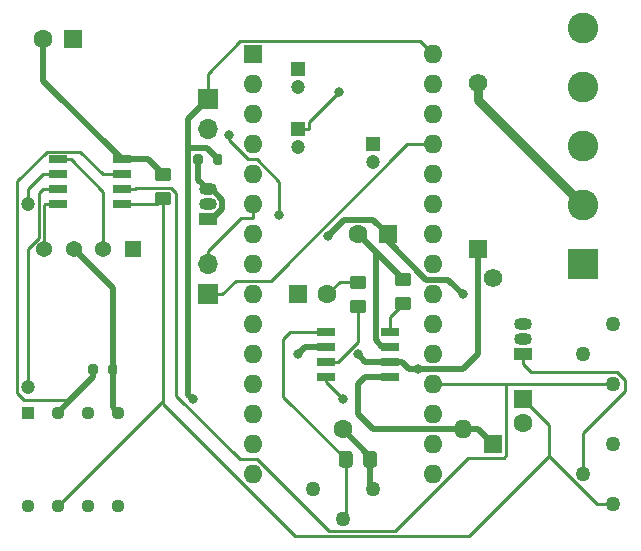
<source format=gbr>
%TF.GenerationSoftware,KiCad,Pcbnew,(5.1.9)-1*%
%TF.CreationDate,2021-05-25T19:19:13-07:00*%
%TF.ProjectId,VacuumSensor,56616375-756d-4536-956e-736f722e6b69,rev?*%
%TF.SameCoordinates,Original*%
%TF.FileFunction,Copper,L2,Bot*%
%TF.FilePolarity,Positive*%
%FSLAX46Y46*%
G04 Gerber Fmt 4.6, Leading zero omitted, Abs format (unit mm)*
G04 Created by KiCad (PCBNEW (5.1.9)-1) date 2021-05-25 19:19:13*
%MOMM*%
%LPD*%
G01*
G04 APERTURE LIST*
%TA.AperFunction,ComponentPad*%
%ADD10C,1.200000*%
%TD*%
%TA.AperFunction,ComponentPad*%
%ADD11R,1.200000X1.200000*%
%TD*%
%TA.AperFunction,ComponentPad*%
%ADD12C,2.600000*%
%TD*%
%TA.AperFunction,ComponentPad*%
%ADD13R,2.600000X2.600000*%
%TD*%
%TA.AperFunction,ComponentPad*%
%ADD14R,1.700000X1.700000*%
%TD*%
%TA.AperFunction,ComponentPad*%
%ADD15O,1.700000X1.700000*%
%TD*%
%TA.AperFunction,ComponentPad*%
%ADD16R,1.600000X1.600000*%
%TD*%
%TA.AperFunction,ComponentPad*%
%ADD17C,1.600000*%
%TD*%
%TA.AperFunction,ComponentPad*%
%ADD18O,1.600000X1.600000*%
%TD*%
%TA.AperFunction,ComponentPad*%
%ADD19C,1.260000*%
%TD*%
%TA.AperFunction,ComponentPad*%
%ADD20C,1.575000*%
%TD*%
%TA.AperFunction,ComponentPad*%
%ADD21R,1.575000X1.575000*%
%TD*%
%TA.AperFunction,SMDPad,CuDef*%
%ADD22R,1.528000X0.650000*%
%TD*%
%TA.AperFunction,ComponentPad*%
%ADD23R,1.130000X1.130000*%
%TD*%
%TA.AperFunction,ComponentPad*%
%ADD24C,1.130000*%
%TD*%
%TA.AperFunction,ComponentPad*%
%ADD25C,1.365000*%
%TD*%
%TA.AperFunction,ComponentPad*%
%ADD26R,1.365000X1.365000*%
%TD*%
%TA.AperFunction,ComponentPad*%
%ADD27R,1.500000X1.050000*%
%TD*%
%TA.AperFunction,ComponentPad*%
%ADD28O,1.500000X1.050000*%
%TD*%
%TA.AperFunction,ViaPad*%
%ADD29C,0.800000*%
%TD*%
%TA.AperFunction,Conductor*%
%ADD30C,0.508000*%
%TD*%
%TA.AperFunction,Conductor*%
%ADD31C,0.250000*%
%TD*%
%TA.AperFunction,Conductor*%
%ADD32C,0.762000*%
%TD*%
G04 APERTURE END LIST*
D10*
%TO.P,RG1,2*%
%TO.N,Net-(IC3-Pad2)*%
X78740000Y-113290000D03*
%TO.P,RG1,1*%
%TO.N,Net-(IC3-Pad3)*%
X78740000Y-97790000D03*
%TD*%
D11*
%TO.P,C10,1*%
%TO.N,Net-(C10-Pad1)*%
X101600000Y-91440000D03*
D10*
%TO.P,C10,2*%
%TO.N,Net-(C10-Pad2)*%
X101600000Y-92940000D03*
%TD*%
D11*
%TO.P,C9,1*%
%TO.N,Net-(C9-Pad1)*%
X101600000Y-86360000D03*
D10*
%TO.P,C9,2*%
%TO.N,Net-(C9-Pad2)*%
X101600000Y-87860000D03*
%TD*%
D11*
%TO.P,C8,1*%
%TO.N,Net-(C8-Pad1)*%
X107950000Y-92710000D03*
D10*
%TO.P,C8,2*%
%TO.N,Net-(C8-Pad2)*%
X107950000Y-94210000D03*
%TD*%
D12*
%TO.P,J3,5*%
%TO.N,Net-(IC5-Pad9)*%
X125730000Y-82870000D03*
%TO.P,J3,4*%
%TO.N,Net-(IC5-Pad13)*%
X125730000Y-87870000D03*
%TO.P,J3,3*%
%TO.N,Net-(J3-Pad3)*%
X125730000Y-92870000D03*
%TO.P,J3,2*%
%TO.N,Net-(D1-Pad2)*%
X125730000Y-97870000D03*
D13*
%TO.P,J3,1*%
%TO.N,GND*%
X125730000Y-102870000D03*
%TD*%
D14*
%TO.P,J1,1*%
%TO.N,Net-(A1-Pad27)*%
X93980000Y-105410000D03*
D15*
%TO.P,J1,2*%
%TO.N,Net-(A1-Pad6)*%
X93980000Y-102870000D03*
%TD*%
D16*
%TO.P,C11,1*%
%TO.N,Net-(A1-Pad27)*%
X82550000Y-83820000D03*
D17*
%TO.P,C11,2*%
%TO.N,GND*%
X80050000Y-83820000D03*
%TD*%
%TO.P,C5,2*%
%TO.N,GND*%
%TA.AperFunction,SMDPad,CuDef*%
G36*
G01*
X110940001Y-104715000D02*
X110039999Y-104715000D01*
G75*
G02*
X109790000Y-104465001I0J249999D01*
G01*
X109790000Y-103814999D01*
G75*
G02*
X110039999Y-103565000I249999J0D01*
G01*
X110940001Y-103565000D01*
G75*
G02*
X111190000Y-103814999I0J-249999D01*
G01*
X111190000Y-104465001D01*
G75*
G02*
X110940001Y-104715000I-249999J0D01*
G01*
G37*
%TD.AperFunction*%
%TO.P,C5,1*%
%TO.N,Net-(C5-Pad1)*%
%TA.AperFunction,SMDPad,CuDef*%
G36*
G01*
X110940001Y-106765000D02*
X110039999Y-106765000D01*
G75*
G02*
X109790000Y-106515001I0J249999D01*
G01*
X109790000Y-105864999D01*
G75*
G02*
X110039999Y-105615000I249999J0D01*
G01*
X110940001Y-105615000D01*
G75*
G02*
X111190000Y-105864999I0J-249999D01*
G01*
X111190000Y-106515001D01*
G75*
G02*
X110940001Y-106765000I-249999J0D01*
G01*
G37*
%TD.AperFunction*%
%TD*%
%TO.P,C2,1*%
%TO.N,+10V*%
%TA.AperFunction,SMDPad,CuDef*%
G36*
G01*
X108280000Y-118929999D02*
X108280000Y-119830001D01*
G75*
G02*
X108030001Y-120080000I-249999J0D01*
G01*
X107379999Y-120080000D01*
G75*
G02*
X107130000Y-119830001I0J249999D01*
G01*
X107130000Y-118929999D01*
G75*
G02*
X107379999Y-118680000I249999J0D01*
G01*
X108030001Y-118680000D01*
G75*
G02*
X108280000Y-118929999I0J-249999D01*
G01*
G37*
%TD.AperFunction*%
%TO.P,C2,2*%
%TO.N,Net-(10VSourceAdj1-Pad2)*%
%TA.AperFunction,SMDPad,CuDef*%
G36*
G01*
X106230000Y-118929999D02*
X106230000Y-119830001D01*
G75*
G02*
X105980001Y-120080000I-249999J0D01*
G01*
X105329999Y-120080000D01*
G75*
G02*
X105080000Y-119830001I0J249999D01*
G01*
X105080000Y-118929999D01*
G75*
G02*
X105329999Y-118680000I249999J0D01*
G01*
X105980001Y-118680000D01*
G75*
G02*
X106230000Y-118929999I0J-249999D01*
G01*
G37*
%TD.AperFunction*%
%TD*%
%TO.P,C1,2*%
%TO.N,GND*%
%TA.AperFunction,SMDPad,CuDef*%
G36*
G01*
X107130001Y-104960000D02*
X106229999Y-104960000D01*
G75*
G02*
X105980000Y-104710001I0J249999D01*
G01*
X105980000Y-104059999D01*
G75*
G02*
X106229999Y-103810000I249999J0D01*
G01*
X107130001Y-103810000D01*
G75*
G02*
X107380000Y-104059999I0J-249999D01*
G01*
X107380000Y-104710001D01*
G75*
G02*
X107130001Y-104960000I-249999J0D01*
G01*
G37*
%TD.AperFunction*%
%TO.P,C1,1*%
%TO.N,Net-(C1-Pad1)*%
%TA.AperFunction,SMDPad,CuDef*%
G36*
G01*
X107130001Y-107010000D02*
X106229999Y-107010000D01*
G75*
G02*
X105980000Y-106760001I0J249999D01*
G01*
X105980000Y-106109999D01*
G75*
G02*
X106229999Y-105860000I249999J0D01*
G01*
X107130001Y-105860000D01*
G75*
G02*
X107380000Y-106109999I0J-249999D01*
G01*
X107380000Y-106760001D01*
G75*
G02*
X107130001Y-107010000I-249999J0D01*
G01*
G37*
%TD.AperFunction*%
%TD*%
D16*
%TO.P,A1,1*%
%TO.N,Net-(A1-Pad1)*%
X97790000Y-85090000D03*
D18*
%TO.P,A1,17*%
%TO.N,N/C*%
X113030000Y-118110000D03*
%TO.P,A1,2*%
%TO.N,Net-(A1-Pad2)*%
X97790000Y-87630000D03*
%TO.P,A1,18*%
%TO.N,N/C*%
X113030000Y-115570000D03*
%TO.P,A1,3*%
X97790000Y-90170000D03*
%TO.P,A1,19*%
%TO.N,Net-(A1-Pad19)*%
X113030000Y-113030000D03*
%TO.P,A1,4*%
%TO.N,GND*%
X97790000Y-92710000D03*
%TO.P,A1,20*%
%TO.N,Net-(A1-Pad20)*%
X113030000Y-110490000D03*
%TO.P,A1,5*%
%TO.N,N/C*%
X97790000Y-95250000D03*
%TO.P,A1,21*%
%TO.N,Net-(A1-Pad21)*%
X113030000Y-107950000D03*
%TO.P,A1,6*%
%TO.N,Net-(A1-Pad6)*%
X97790000Y-97790000D03*
%TO.P,A1,22*%
%TO.N,N/C*%
X113030000Y-105410000D03*
%TO.P,A1,7*%
X97790000Y-100330000D03*
%TO.P,A1,23*%
X113030000Y-102870000D03*
%TO.P,A1,8*%
X97790000Y-102870000D03*
%TO.P,A1,24*%
X113030000Y-100330000D03*
%TO.P,A1,9*%
X97790000Y-105410000D03*
%TO.P,A1,25*%
X113030000Y-97790000D03*
%TO.P,A1,10*%
X97790000Y-107950000D03*
%TO.P,A1,26*%
X113030000Y-95250000D03*
%TO.P,A1,11*%
X97790000Y-110490000D03*
%TO.P,A1,27*%
%TO.N,Net-(A1-Pad27)*%
X113030000Y-92710000D03*
%TO.P,A1,12*%
%TO.N,N/C*%
X97790000Y-113030000D03*
%TO.P,A1,28*%
X113030000Y-90170000D03*
%TO.P,A1,13*%
X97790000Y-115570000D03*
%TO.P,A1,29*%
%TO.N,GND*%
X113030000Y-87630000D03*
%TO.P,A1,14*%
%TO.N,N/C*%
X97790000Y-118110000D03*
%TO.P,A1,30*%
%TO.N,+10V*%
X113030000Y-85090000D03*
%TO.P,A1,15*%
%TO.N,N/C*%
X97790000Y-120650000D03*
%TO.P,A1,16*%
X113030000Y-120650000D03*
%TD*%
D19*
%TO.P,10VSourceAdj1,1*%
%TO.N,+10V*%
X107950000Y-121920000D03*
%TO.P,10VSourceAdj1,2*%
%TO.N,Net-(10VSourceAdj1-Pad2)*%
X105410000Y-124460000D03*
%TO.P,10VSourceAdj1,3*%
%TO.N,GND*%
X102870000Y-121920000D03*
%TD*%
D16*
%TO.P,C6,1*%
%TO.N,+VDC*%
X101600000Y-105410000D03*
D17*
%TO.P,C6,2*%
%TO.N,GND*%
X104100000Y-105410000D03*
%TD*%
D16*
%TO.P,C4,1*%
%TO.N,+10V*%
X109220000Y-100330000D03*
D17*
%TO.P,C4,2*%
%TO.N,GND*%
X106720000Y-100330000D03*
%TD*%
D15*
%TO.P,J2,2*%
%TO.N,Net-(IC2-Pad1)*%
X93980000Y-91440000D03*
D14*
%TO.P,J2,1*%
%TO.N,+10V*%
X93980000Y-88900000D03*
%TD*%
D20*
%TO.P,D1,2*%
%TO.N,Net-(D1-Pad2)*%
X116840000Y-87500000D03*
D21*
%TO.P,D1,1*%
%TO.N,+VDC*%
X116840000Y-101600000D03*
%TD*%
D16*
%TO.P,C3,1*%
%TO.N,+5V*%
X120650000Y-114300000D03*
D17*
%TO.P,C3,2*%
%TO.N,GND*%
X120650000Y-116300000D03*
%TD*%
%TO.P,L1,1*%
%TO.N,+10V*%
X105410000Y-116840000D03*
D18*
%TO.P,L1,2*%
%TO.N,Net-(D2-Pad1)*%
X115570000Y-116840000D03*
%TD*%
D22*
%TO.P,IC1,1*%
%TO.N,Net-(IC1-Pad1)*%
X103969000Y-112395000D03*
%TO.P,IC1,2*%
%TO.N,Net-(C1-Pad1)*%
X103969000Y-111125000D03*
%TO.P,IC1,3*%
%TO.N,+10V*%
X103969000Y-109855000D03*
%TO.P,IC1,4*%
%TO.N,Net-(10VSourceAdj1-Pad2)*%
X103969000Y-108585000D03*
%TO.P,IC1,5*%
%TO.N,Net-(C5-Pad1)*%
X109391000Y-108585000D03*
%TO.P,IC1,6*%
%TO.N,GND*%
X109391000Y-109855000D03*
%TO.P,IC1,7*%
%TO.N,+VDC*%
X109391000Y-111125000D03*
%TO.P,IC1,8*%
%TO.N,Net-(D2-Pad1)*%
X109391000Y-112395000D03*
%TD*%
D21*
%TO.P,D2,1*%
%TO.N,Net-(D2-Pad1)*%
X118110000Y-118110000D03*
D20*
%TO.P,D2,2*%
%TO.N,GND*%
X118110000Y-104010000D03*
%TD*%
D23*
%TO.P,IC4,1*%
%TO.N,N/C*%
X78740000Y-115410000D03*
D24*
%TO.P,IC4,2*%
%TO.N,Net-(A1-Pad20)*%
X81280000Y-115410000D03*
%TO.P,IC4,3*%
%TO.N,Net-(IC4-Pad3)*%
X83820000Y-115410000D03*
%TO.P,IC4,4*%
%TO.N,GND*%
X86360000Y-115410000D03*
%TO.P,IC4,5*%
%TO.N,N/C*%
X86360000Y-123350000D03*
%TO.P,IC4,6*%
%TO.N,Net-(A1-Pad20)*%
X83820000Y-123350000D03*
%TO.P,IC4,7*%
%TO.N,+5V*%
X81280000Y-123350000D03*
%TO.P,IC4,8*%
%TO.N,N/C*%
X78740000Y-123350000D03*
%TD*%
D22*
%TO.P,IC3,8*%
%TO.N,+5V*%
X86702000Y-97790000D03*
%TO.P,IC3,7*%
%TO.N,Net-(A1-Pad19)*%
X86702000Y-96520000D03*
%TO.P,IC3,6*%
%TO.N,Net-(A1-Pad20)*%
X86702000Y-95250000D03*
%TO.P,IC3,5*%
%TO.N,GND*%
X86702000Y-93980000D03*
%TO.P,IC3,4*%
%TO.N,Net-(IC2-Pad2)*%
X81280000Y-93980000D03*
%TO.P,IC3,3*%
%TO.N,Net-(IC3-Pad3)*%
X81280000Y-95250000D03*
%TO.P,IC3,2*%
%TO.N,Net-(IC3-Pad2)*%
X81280000Y-96520000D03*
%TO.P,IC3,1*%
%TO.N,Net-(IC2-Pad4)*%
X81280000Y-97790000D03*
%TD*%
D25*
%TO.P,IC2,4*%
%TO.N,Net-(IC2-Pad4)*%
X80130000Y-101600000D03*
%TO.P,IC2,3*%
%TO.N,GND*%
X82630000Y-101600000D03*
%TO.P,IC2,2*%
%TO.N,Net-(IC2-Pad2)*%
X85130000Y-101600000D03*
D26*
%TO.P,IC2,1*%
%TO.N,Net-(IC2-Pad1)*%
X87630000Y-101600000D03*
%TD*%
D19*
%TO.P,OutAdj1,1*%
%TO.N,Net-(A1-Pad19)*%
X128270000Y-113030000D03*
%TO.P,OutAdj1,2*%
%TO.N,Net-(J3-Pad3)*%
X125730000Y-110490000D03*
%TO.P,OutAdj1,3*%
%TO.N,GND*%
X128270000Y-107950000D03*
%TD*%
%TO.P,C7,2*%
%TO.N,GND*%
%TA.AperFunction,SMDPad,CuDef*%
G36*
G01*
X90620001Y-95825000D02*
X89719999Y-95825000D01*
G75*
G02*
X89470000Y-95575001I0J249999D01*
G01*
X89470000Y-94924999D01*
G75*
G02*
X89719999Y-94675000I249999J0D01*
G01*
X90620001Y-94675000D01*
G75*
G02*
X90870000Y-94924999I0J-249999D01*
G01*
X90870000Y-95575001D01*
G75*
G02*
X90620001Y-95825000I-249999J0D01*
G01*
G37*
%TD.AperFunction*%
%TO.P,C7,1*%
%TO.N,+5V*%
%TA.AperFunction,SMDPad,CuDef*%
G36*
G01*
X90620001Y-97875000D02*
X89719999Y-97875000D01*
G75*
G02*
X89470000Y-97625001I0J249999D01*
G01*
X89470000Y-96974999D01*
G75*
G02*
X89719999Y-96725000I249999J0D01*
G01*
X90620001Y-96725000D01*
G75*
G02*
X90870000Y-96974999I0J-249999D01*
G01*
X90870000Y-97625001D01*
G75*
G02*
X90620001Y-97875000I-249999J0D01*
G01*
G37*
%TD.AperFunction*%
%TD*%
D27*
%TO.P,U2,1*%
%TO.N,Net-(IC4-Pad3)*%
X93980000Y-99060000D03*
D28*
%TO.P,U2,3*%
X93980000Y-96520000D03*
%TO.P,U2,2*%
%TO.N,GND*%
X93980000Y-97790000D03*
%TD*%
%TO.P,U1,2*%
%TO.N,GND*%
X120650000Y-109220000D03*
%TO.P,U1,3*%
%TO.N,+5V*%
X120650000Y-107950000D03*
D27*
%TO.P,U1,1*%
%TO.N,Net-(5VADJ1-Pad2)*%
X120650000Y-110490000D03*
%TD*%
D19*
%TO.P,5VADJ1,3*%
%TO.N,GND*%
X128270000Y-118110000D03*
%TO.P,5VADJ1,2*%
%TO.N,Net-(5VADJ1-Pad2)*%
X125730000Y-120650000D03*
%TO.P,5VADJ1,1*%
%TO.N,+5V*%
X128270000Y-123190000D03*
%TD*%
%TO.P,R5,2*%
%TO.N,GND*%
%TA.AperFunction,SMDPad,CuDef*%
G36*
G01*
X85515000Y-112035000D02*
X85515000Y-111485000D01*
G75*
G02*
X85715000Y-111285000I200000J0D01*
G01*
X86115000Y-111285000D01*
G75*
G02*
X86315000Y-111485000I0J-200000D01*
G01*
X86315000Y-112035000D01*
G75*
G02*
X86115000Y-112235000I-200000J0D01*
G01*
X85715000Y-112235000D01*
G75*
G02*
X85515000Y-112035000I0J200000D01*
G01*
G37*
%TD.AperFunction*%
%TO.P,R5,1*%
%TO.N,Net-(A1-Pad20)*%
%TA.AperFunction,SMDPad,CuDef*%
G36*
G01*
X83865000Y-112035000D02*
X83865000Y-111485000D01*
G75*
G02*
X84065000Y-111285000I200000J0D01*
G01*
X84465000Y-111285000D01*
G75*
G02*
X84665000Y-111485000I0J-200000D01*
G01*
X84665000Y-112035000D01*
G75*
G02*
X84465000Y-112235000I-200000J0D01*
G01*
X84065000Y-112235000D01*
G75*
G02*
X83865000Y-112035000I0J200000D01*
G01*
G37*
%TD.AperFunction*%
%TD*%
%TO.P,R3,2*%
%TO.N,Net-(IC4-Pad3)*%
%TA.AperFunction,SMDPad,CuDef*%
G36*
G01*
X93555000Y-93705000D02*
X93555000Y-94255000D01*
G75*
G02*
X93355000Y-94455000I-200000J0D01*
G01*
X92955000Y-94455000D01*
G75*
G02*
X92755000Y-94255000I0J200000D01*
G01*
X92755000Y-93705000D01*
G75*
G02*
X92955000Y-93505000I200000J0D01*
G01*
X93355000Y-93505000D01*
G75*
G02*
X93555000Y-93705000I0J-200000D01*
G01*
G37*
%TD.AperFunction*%
%TO.P,R3,1*%
%TO.N,+10V*%
%TA.AperFunction,SMDPad,CuDef*%
G36*
G01*
X95205000Y-93705000D02*
X95205000Y-94255000D01*
G75*
G02*
X95005000Y-94455000I-200000J0D01*
G01*
X94605000Y-94455000D01*
G75*
G02*
X94405000Y-94255000I0J200000D01*
G01*
X94405000Y-93705000D01*
G75*
G02*
X94605000Y-93505000I200000J0D01*
G01*
X95005000Y-93505000D01*
G75*
G02*
X95205000Y-93705000I0J-200000D01*
G01*
G37*
%TD.AperFunction*%
%TD*%
D29*
%TO.N,+10V*%
X101600000Y-110490000D03*
X92710000Y-114300000D03*
X104140000Y-100453000D03*
X115570000Y-105410000D03*
%TO.N,+VDC*%
X106680000Y-110490000D03*
X111760000Y-111760000D03*
%TO.N,Net-(IC1-Pad1)*%
X105410000Y-114300000D03*
%TO.N,Net-(C10-Pad1)*%
X105087000Y-88236800D03*
%TO.N,Net-(A1-Pad21)*%
X100031300Y-98669500D03*
X95779100Y-91935800D03*
%TD*%
D30*
%TO.N,GND*%
X108173000Y-101823000D02*
X110490000Y-104140000D01*
X108173000Y-101783000D02*
X108173000Y-101823000D01*
X80050000Y-83820000D02*
X80050000Y-87328000D01*
X80050000Y-87328000D02*
X86702000Y-93980000D01*
D31*
X106680000Y-104385000D02*
X105125000Y-104385000D01*
X105125000Y-104385000D02*
X104100000Y-105410000D01*
X110490000Y-104140000D02*
X110490000Y-104100000D01*
X110490000Y-104100000D02*
X108173000Y-101783000D01*
D30*
X85915000Y-111760000D02*
X85915000Y-104885000D01*
X85915000Y-104885000D02*
X82630000Y-101600000D01*
X85915000Y-111760000D02*
X85915000Y-114965000D01*
X85915000Y-114965000D02*
X86360000Y-115410000D01*
X108173000Y-101823000D02*
X108173000Y-109273000D01*
X108173000Y-109273000D02*
X108755000Y-109855000D01*
X108755000Y-109855000D02*
X109391000Y-109855000D01*
X106720000Y-100330000D02*
X108173000Y-101783000D01*
X86702000Y-93980000D02*
X88900000Y-93980000D01*
X88900000Y-93980000D02*
X90170000Y-95250000D01*
X108173000Y-101783000D02*
X108173000Y-101823000D01*
D31*
X108173000Y-101783000D02*
X106720000Y-100330000D01*
%TO.N,Net-(C1-Pad1)*%
X106680000Y-106435000D02*
X106680000Y-109428000D01*
X106680000Y-109428000D02*
X104983000Y-111125000D01*
X104983000Y-111125000D02*
X103969000Y-111125000D01*
D30*
%TO.N,+10V*%
X92301000Y-93119000D02*
X92301000Y-90579000D01*
X92301000Y-90579000D02*
X93980000Y-88900000D01*
X92710000Y-114300000D02*
X92301000Y-113891000D01*
X92301000Y-113891000D02*
X92301000Y-93119000D01*
X107705000Y-119380000D02*
X107705000Y-121675000D01*
X107705000Y-121675000D02*
X107950000Y-121920000D01*
X107705000Y-119380000D02*
X107705000Y-119135000D01*
X107705000Y-119135000D02*
X105410000Y-116840000D01*
X103969000Y-109855000D02*
X102235000Y-109855000D01*
X102235000Y-109855000D02*
X101600000Y-110490000D01*
X94805000Y-93980000D02*
X93876000Y-93051000D01*
X93876000Y-93051000D02*
X92369000Y-93051000D01*
X92369000Y-93051000D02*
X92301000Y-93119000D01*
D31*
X113030000Y-85090000D02*
X111905000Y-83965000D01*
X111905000Y-83965000D02*
X96730000Y-83965000D01*
X96730000Y-83965000D02*
X93980000Y-86715000D01*
X93980000Y-86715000D02*
X93980000Y-88900000D01*
D30*
X109220000Y-100330000D02*
X107966000Y-99076000D01*
X107966000Y-99076000D02*
X105517000Y-99076000D01*
X105517000Y-99076000D02*
X104140000Y-100453000D01*
X109220000Y-100330000D02*
X109220000Y-100916000D01*
X109220000Y-100916000D02*
X112460000Y-104156000D01*
X112460000Y-104156000D02*
X114316000Y-104156000D01*
X114316000Y-104156000D02*
X115570000Y-105410000D01*
%TO.N,+VDC*%
X109391000Y-111125000D02*
X110405000Y-111125000D01*
X110405000Y-111125000D02*
X111040000Y-111760000D01*
X111040000Y-111760000D02*
X111760000Y-111760000D01*
X106680000Y-110490000D02*
X107315000Y-111125000D01*
X107315000Y-111125000D02*
X109391000Y-111125000D01*
X111760000Y-111760000D02*
X115570000Y-111760000D01*
X115570000Y-111760000D02*
X116840000Y-110490000D01*
X116840000Y-110490000D02*
X116840000Y-101600000D01*
D31*
%TO.N,Net-(10VSourceAdj1-Pad2)*%
X105655000Y-119380000D02*
X105655000Y-124215000D01*
X105655000Y-124215000D02*
X105410000Y-124460000D01*
X103969000Y-108585000D02*
X100965000Y-108585000D01*
X100965000Y-108585000D02*
X100330000Y-109220000D01*
X100330000Y-109220000D02*
X100330000Y-114055000D01*
X100330000Y-114055000D02*
X105655000Y-119380000D01*
%TO.N,Net-(IC1-Pad1)*%
X103969000Y-112395000D02*
X103969000Y-112859000D01*
X103969000Y-112859000D02*
X105410000Y-114300000D01*
D32*
%TO.N,Net-(D1-Pad2)*%
X125730000Y-97870000D02*
X116840000Y-88980000D01*
X116840000Y-88980000D02*
X116840000Y-87500000D01*
D30*
%TO.N,Net-(D2-Pad1)*%
X109391000Y-112395000D02*
X107315000Y-112395000D01*
X107315000Y-112395000D02*
X106680000Y-113030000D01*
X106680000Y-113030000D02*
X106680000Y-115570000D01*
X106680000Y-115570000D02*
X107950000Y-116840000D01*
X107950000Y-116840000D02*
X115570000Y-116840000D01*
X115570000Y-116840000D02*
X116840000Y-116840000D01*
X116840000Y-116840000D02*
X118110000Y-118110000D01*
D31*
%TO.N,Net-(IC2-Pad4)*%
X80130000Y-101600000D02*
X80130000Y-97850700D01*
X80130000Y-97850700D02*
X80190700Y-97790000D01*
X80190700Y-97790000D02*
X81280000Y-97790000D01*
%TO.N,Net-(IC2-Pad2)*%
X85130000Y-101600000D02*
X85130000Y-96740700D01*
X85130000Y-96740700D02*
X82369300Y-93980000D01*
X82369300Y-93980000D02*
X81280000Y-93980000D01*
%TO.N,+5V*%
X86702000Y-97790000D02*
X89680000Y-97790000D01*
X89680000Y-97790000D02*
X90170000Y-97300000D01*
X81280000Y-123350000D02*
X90170000Y-114460000D01*
X90170000Y-114460000D02*
X90170000Y-97300000D01*
X128270000Y-123190000D02*
X126899000Y-123190000D01*
X126899000Y-123190000D02*
X122842000Y-119133000D01*
X122842000Y-119133000D02*
X122842000Y-116492000D01*
X122842000Y-116492000D02*
X120650000Y-114300000D01*
X90170000Y-114460000D02*
X90170000Y-114706000D01*
X90170000Y-114706000D02*
X101363000Y-125898000D01*
X101363000Y-125898000D02*
X116076000Y-125898000D01*
X116076000Y-125898000D02*
X122842000Y-119133000D01*
%TO.N,Net-(C5-Pad1)*%
X109391000Y-108585000D02*
X109391000Y-107289000D01*
X109391000Y-107289000D02*
X110490000Y-106190000D01*
D30*
%TO.N,Net-(IC4-Pad3)*%
X93155000Y-93980000D02*
X93155000Y-95695000D01*
X93155000Y-95695000D02*
X93980000Y-96520000D01*
X93980000Y-96520000D02*
X94319500Y-96520000D01*
X94319500Y-96520000D02*
X95184000Y-97384500D01*
X95184000Y-97384500D02*
X95184000Y-98195500D01*
X95184000Y-98195500D02*
X94319500Y-99060000D01*
X94319500Y-99060000D02*
X93980000Y-99060000D01*
D31*
%TO.N,Net-(5VADJ1-Pad2)*%
X125730000Y-120650000D02*
X125730000Y-117111000D01*
X125730000Y-117111000D02*
X129265000Y-113576000D01*
X129265000Y-113576000D02*
X129265000Y-112635000D01*
X129265000Y-112635000D02*
X128643000Y-112013000D01*
X128643000Y-112013000D02*
X121322000Y-112013000D01*
X121322000Y-112013000D02*
X120650000Y-111340000D01*
X120650000Y-111340000D02*
X120650000Y-110490000D01*
%TO.N,Net-(A1-Pad27)*%
X113030000Y-92710000D02*
X110800000Y-92710000D01*
X110800000Y-92710000D02*
X99275100Y-104235000D01*
X99275100Y-104235000D02*
X96330600Y-104235000D01*
X96330600Y-104235000D02*
X95155300Y-105410000D01*
X95155300Y-105410000D02*
X93980000Y-105410000D01*
%TO.N,Net-(A1-Pad6)*%
X97790000Y-97790000D02*
X97790000Y-98915300D01*
X97790000Y-98915300D02*
X96759400Y-98915300D01*
X96759400Y-98915300D02*
X93980000Y-101695000D01*
X93980000Y-101695000D02*
X93980000Y-102870000D01*
D30*
%TO.N,Net-(A1-Pad20)*%
X84265000Y-111760000D02*
X84265000Y-112425000D01*
X84265000Y-112425000D02*
X82322500Y-114368000D01*
X82322500Y-114368000D02*
X81280000Y-115410000D01*
D31*
X82322500Y-114368000D02*
X78407200Y-114368000D01*
X78407200Y-114368000D02*
X77790900Y-113751000D01*
X77790900Y-113751000D02*
X77790900Y-95849900D01*
X77790900Y-95849900D02*
X80314200Y-93326600D01*
X80314200Y-93326600D02*
X83171500Y-93326600D01*
X83171500Y-93326600D02*
X85094900Y-95250000D01*
X85094900Y-95250000D02*
X86702000Y-95250000D01*
%TO.N,Net-(A1-Pad19)*%
X86702000Y-96520000D02*
X87791300Y-96520000D01*
X87791300Y-96520000D02*
X87913800Y-96397500D01*
X87913800Y-96397500D02*
X90876400Y-96397500D01*
X90876400Y-96397500D02*
X91302100Y-96823200D01*
X91302100Y-96823200D02*
X91302100Y-113992000D01*
X91302100Y-113992000D02*
X96689600Y-119380000D01*
X96689600Y-119380000D02*
X98161300Y-119380000D01*
X98161300Y-119380000D02*
X104229000Y-125448000D01*
X104229000Y-125448000D02*
X109825000Y-125448000D01*
X109825000Y-125448000D02*
X116037000Y-119236000D01*
X116037000Y-119236000D02*
X119026000Y-119236000D01*
X119026000Y-119236000D02*
X119234000Y-119028000D01*
X119234000Y-119028000D02*
X119234000Y-113030000D01*
X128270000Y-113030000D02*
X119234000Y-113030000D01*
X119234000Y-113030000D02*
X113030000Y-113030000D01*
%TO.N,Net-(C10-Pad1)*%
X101600000Y-91440000D02*
X102525000Y-91440000D01*
X102525000Y-91440000D02*
X102525000Y-90798100D01*
X102525000Y-90798100D02*
X105087000Y-88236800D01*
%TO.N,Net-(IC3-Pad3)*%
X78740000Y-97790000D02*
X78740000Y-96520000D01*
X78740000Y-96520000D02*
X80010000Y-95250000D01*
X80010000Y-95250000D02*
X81280000Y-95250000D01*
%TO.N,Net-(IC3-Pad2)*%
X78740000Y-113290000D02*
X78740000Y-101532000D01*
X78740000Y-101532000D02*
X79680000Y-100592000D01*
X79680000Y-100592000D02*
X79680000Y-96850000D01*
X79680000Y-96850000D02*
X80010000Y-96520000D01*
X80010000Y-96520000D02*
X81280000Y-96520000D01*
%TO.N,Net-(A1-Pad21)*%
X100031300Y-98669500D02*
X100031300Y-95853900D01*
X100031300Y-95853900D02*
X98157400Y-93980000D01*
X98157400Y-93980000D02*
X97399400Y-93980000D01*
X97399400Y-93980000D02*
X95779100Y-92359700D01*
X95779100Y-92359700D02*
X95779100Y-91935800D01*
%TD*%
M02*

</source>
